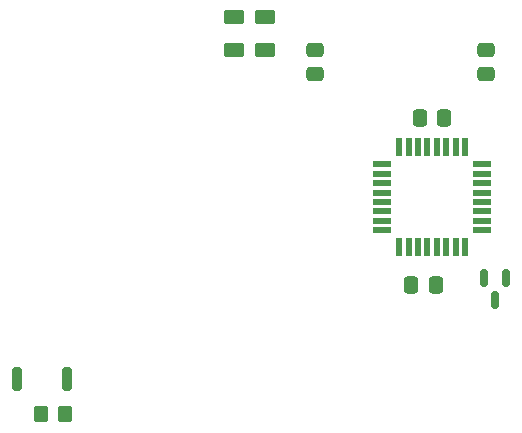
<source format=gbr>
%TF.GenerationSoftware,KiCad,Pcbnew,(6.0.11)*%
%TF.CreationDate,2023-02-12T20:23:43+01:00*%
%TF.ProjectId,ParentsHob2HoodController,50617265-6e74-4734-986f-6232486f6f64,rev?*%
%TF.SameCoordinates,Original*%
%TF.FileFunction,Paste,Top*%
%TF.FilePolarity,Positive*%
%FSLAX46Y46*%
G04 Gerber Fmt 4.6, Leading zero omitted, Abs format (unit mm)*
G04 Created by KiCad (PCBNEW (6.0.11)) date 2023-02-12 20:23:43*
%MOMM*%
%LPD*%
G01*
G04 APERTURE LIST*
G04 Aperture macros list*
%AMRoundRect*
0 Rectangle with rounded corners*
0 $1 Rounding radius*
0 $2 $3 $4 $5 $6 $7 $8 $9 X,Y pos of 4 corners*
0 Add a 4 corners polygon primitive as box body*
4,1,4,$2,$3,$4,$5,$6,$7,$8,$9,$2,$3,0*
0 Add four circle primitives for the rounded corners*
1,1,$1+$1,$2,$3*
1,1,$1+$1,$4,$5*
1,1,$1+$1,$6,$7*
1,1,$1+$1,$8,$9*
0 Add four rect primitives between the rounded corners*
20,1,$1+$1,$2,$3,$4,$5,0*
20,1,$1+$1,$4,$5,$6,$7,0*
20,1,$1+$1,$6,$7,$8,$9,0*
20,1,$1+$1,$8,$9,$2,$3,0*%
G04 Aperture macros list end*
%ADD10RoundRect,0.250000X0.475000X-0.337500X0.475000X0.337500X-0.475000X0.337500X-0.475000X-0.337500X0*%
%ADD11RoundRect,0.250000X0.625000X-0.375000X0.625000X0.375000X-0.625000X0.375000X-0.625000X-0.375000X0*%
%ADD12RoundRect,0.250000X-0.350000X-0.450000X0.350000X-0.450000X0.350000X0.450000X-0.350000X0.450000X0*%
%ADD13RoundRect,0.200000X0.200000X0.800000X-0.200000X0.800000X-0.200000X-0.800000X0.200000X-0.800000X0*%
%ADD14RoundRect,0.250000X-0.475000X0.337500X-0.475000X-0.337500X0.475000X-0.337500X0.475000X0.337500X0*%
%ADD15RoundRect,0.150000X-0.150000X0.587500X-0.150000X-0.587500X0.150000X-0.587500X0.150000X0.587500X0*%
%ADD16RoundRect,0.250000X-0.337500X-0.475000X0.337500X-0.475000X0.337500X0.475000X-0.337500X0.475000X0*%
%ADD17R,0.550000X1.600000*%
%ADD18R,1.600000X0.550000*%
%ADD19RoundRect,0.250000X0.337500X0.475000X-0.337500X0.475000X-0.337500X-0.475000X0.337500X-0.475000X0*%
G04 APERTURE END LIST*
D10*
%TO.C,C4*%
X54864000Y-26945500D03*
X54864000Y-24870500D03*
%TD*%
D11*
%TO.C,D1*%
X50673000Y-24895000D03*
X50673000Y-22095000D03*
%TD*%
D12*
%TO.C,R3*%
X31689800Y-55727600D03*
X33689800Y-55727600D03*
%TD*%
D11*
%TO.C,R1*%
X48006000Y-24895000D03*
X48006000Y-22095000D03*
%TD*%
D13*
%TO.C,SW1*%
X33850000Y-52705000D03*
X29650000Y-52705000D03*
%TD*%
D14*
%TO.C,C3*%
X69342000Y-24870500D03*
X69342000Y-26945500D03*
%TD*%
D15*
%TO.C,Q1*%
X71054000Y-44147500D03*
X69154000Y-44147500D03*
X70104000Y-46022500D03*
%TD*%
D16*
%TO.C,C5*%
X62995900Y-44729400D03*
X65070900Y-44729400D03*
%TD*%
D17*
%TO.C,U3*%
X67586400Y-33092400D03*
X66786400Y-33092400D03*
X65986400Y-33092400D03*
X65186400Y-33092400D03*
X64386400Y-33092400D03*
X63586400Y-33092400D03*
X62786400Y-33092400D03*
X61986400Y-33092400D03*
D18*
X60536400Y-34542400D03*
X60536400Y-35342400D03*
X60536400Y-36142400D03*
X60536400Y-36942400D03*
X60536400Y-37742400D03*
X60536400Y-38542400D03*
X60536400Y-39342400D03*
X60536400Y-40142400D03*
D17*
X61986400Y-41592400D03*
X62786400Y-41592400D03*
X63586400Y-41592400D03*
X64386400Y-41592400D03*
X65186400Y-41592400D03*
X65986400Y-41592400D03*
X66786400Y-41592400D03*
X67586400Y-41592400D03*
D18*
X69036400Y-40142400D03*
X69036400Y-39342400D03*
X69036400Y-38542400D03*
X69036400Y-37742400D03*
X69036400Y-36942400D03*
X69036400Y-36142400D03*
X69036400Y-35342400D03*
X69036400Y-34542400D03*
%TD*%
D19*
%TO.C,C1*%
X65807500Y-30607000D03*
X63732500Y-30607000D03*
%TD*%
M02*

</source>
